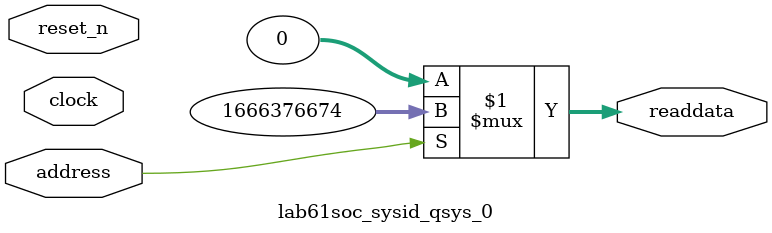
<source format=v>



// synthesis translate_off
`timescale 1ns / 1ps
// synthesis translate_on

// turn off superfluous verilog processor warnings 
// altera message_level Level1 
// altera message_off 10034 10035 10036 10037 10230 10240 10030 

module lab61soc_sysid_qsys_0 (
               // inputs:
                address,
                clock,
                reset_n,

               // outputs:
                readdata
             )
;

  output  [ 31: 0] readdata;
  input            address;
  input            clock;
  input            reset_n;

  wire    [ 31: 0] readdata;
  //control_slave, which is an e_avalon_slave
  assign readdata = address ? 1666376674 : 0;

endmodule



</source>
